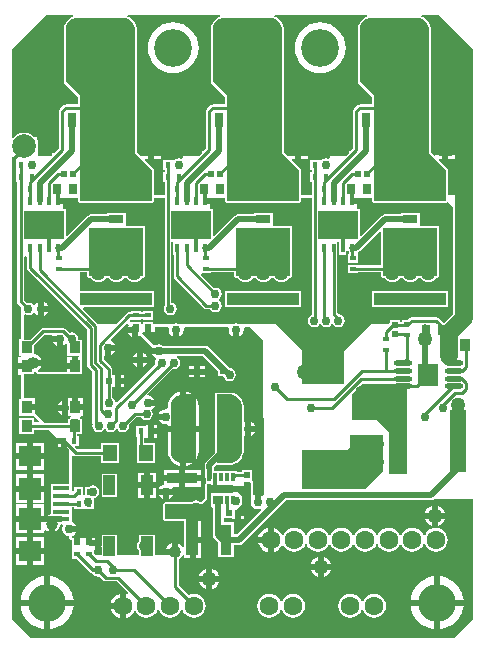
<source format=gtl>
G04 Layer_Physical_Order=1*
G04 Layer_Color=255*
%FSAX24Y24*%
%MOIN*%
G70*
G01*
G75*
%ADD10R,0.0177X0.0217*%
%ADD11R,0.0217X0.0177*%
%ADD12R,0.1024X0.0374*%
%ADD13R,0.0374X0.1024*%
%ADD14R,0.0205X0.0205*%
%ADD15R,0.0205X0.0205*%
%ADD16R,0.0335X0.0157*%
G04:AMPARAMS|DCode=17|XSize=82.7mil|YSize=228.3mil|CornerRadius=41.3mil|HoleSize=0mil|Usage=FLASHONLY|Rotation=180.000|XOffset=0mil|YOffset=0mil|HoleType=Round|Shape=RoundedRectangle|*
%AMROUNDEDRECTD17*
21,1,0.0827,0.1457,0,0,180.0*
21,1,0.0000,0.2283,0,0,180.0*
1,1,0.0827,0.0000,0.0728*
1,1,0.0827,0.0000,0.0728*
1,1,0.0827,0.0000,-0.0728*
1,1,0.0827,0.0000,-0.0728*
%
%ADD17ROUNDEDRECTD17*%
%ADD18O,0.0610X0.0177*%
%ADD19R,0.0681X0.0728*%
%ADD20R,0.1280X0.1230*%
%ADD21R,0.0354X0.0394*%
%ADD22R,0.0532X0.2087*%
%ADD23R,0.0276X0.0354*%
%ADD24R,0.1331X0.0965*%
%ADD25R,0.0118X0.0315*%
%ADD26R,0.0118X0.0276*%
%ADD27R,0.0819X0.0315*%
%ADD28R,0.0400X0.0650*%
%ADD29R,0.0480X0.0560*%
%ADD30R,0.0433X0.0669*%
%ADD31R,0.0276X0.0512*%
%ADD32R,0.0433X0.0335*%
%ADD33R,0.0669X0.0433*%
%ADD34R,0.0335X0.0433*%
%ADD35R,0.0512X0.0276*%
%ADD36R,0.0560X0.0140*%
%ADD37R,0.0750X0.0710*%
%ADD38R,0.0750X0.0750*%
%ADD39R,0.0354X0.0394*%
%ADD40C,0.0100*%
%ADD41C,0.0200*%
%ADD42C,0.0600*%
%ADD43C,0.0400*%
%ADD44C,0.0120*%
%ADD45C,0.0150*%
%ADD46C,0.0630*%
%ADD47C,0.1260*%
%ADD48C,0.0787*%
%ADD49C,0.0300*%
%ADD50C,0.0157*%
%ADD51C,0.0500*%
%ADD52C,0.0400*%
%ADD53C,0.0270*%
G36*
X061500Y032500D02*
X059700D01*
Y034100D01*
X061500D01*
Y032500D01*
D02*
G37*
G36*
X056600D02*
X054800D01*
Y034100D01*
X056600D01*
Y032500D01*
D02*
G37*
G36*
X066400D02*
X064600D01*
Y034100D01*
X066400D01*
Y032500D01*
D02*
G37*
G36*
X055920Y041100D02*
X055946D01*
X056024Y041090D01*
X056122Y041049D01*
X056205Y040985D01*
X056269Y040902D01*
X056320Y040753D01*
X056320Y040700D01*
X056320Y039300D01*
X056320D01*
X056320Y036600D01*
X056900Y036020D01*
X056900Y035000D01*
X054500D01*
X054500Y038500D01*
X054020Y038980D01*
X054020Y039300D01*
X054480Y039300D01*
X054020D01*
X054020Y040700D01*
Y040726D01*
X054030Y040804D01*
X054071Y040902D01*
X054135Y040985D01*
X054218Y041049D01*
X054315Y041090D01*
X054394Y041100D01*
X054420D01*
X055920Y041100D01*
X055920Y041100D01*
D02*
G37*
G36*
X064236Y035000D02*
X064255Y034955D01*
X064300Y034936D01*
X066700D01*
X066745Y034955D01*
X066929Y034771D01*
Y031241D01*
X066624Y030936D01*
X066597D01*
X066454Y031079D01*
X066418Y031103D01*
X066376Y031111D01*
X066376Y031111D01*
X065543D01*
X065543Y031111D01*
X065500Y031103D01*
X065464Y031079D01*
X065464Y031079D01*
X065410Y031025D01*
X065233D01*
Y030969D01*
X065161D01*
Y031019D01*
X064839D01*
Y030944D01*
X064794Y030900D01*
X064200Y030900D01*
X063386Y030086D01*
X063300Y030000D01*
Y028900D01*
X061900D01*
Y030000D01*
X061810Y030090D01*
X061000Y030900D01*
X059766Y030900D01*
X059700Y030913D01*
X059634Y030900D01*
X057766Y030900D01*
X057700Y030913D01*
X057634Y030900D01*
X056937Y030900D01*
Y030970D01*
X056603D01*
Y030900D01*
X056537D01*
Y030970D01*
X056203D01*
Y030970D01*
X056189Y030965D01*
X056175Y030971D01*
X056162Y031016D01*
X056165Y031028D01*
X056179Y031035D01*
X056203Y031030D01*
Y031030D01*
X056537D01*
Y031066D01*
X056603D01*
Y031030D01*
X056937D01*
Y031325D01*
X056603D01*
Y031288D01*
X056537D01*
Y031325D01*
X056203D01*
Y031288D01*
X056131D01*
X056131Y031288D01*
X056088Y031280D01*
X056052Y031256D01*
X056052Y031256D01*
X055696Y030900D01*
X055100D01*
X054593Y031407D01*
X054613Y031453D01*
X055228D01*
Y031467D01*
X055306D01*
Y031453D01*
X056094D01*
Y031467D01*
X056172D01*
Y031453D01*
X056960D01*
Y032004D01*
X056172D01*
Y031990D01*
X056094D01*
Y032004D01*
X055306D01*
Y031990D01*
X055228D01*
Y032004D01*
X054500D01*
Y032612D01*
X054736D01*
Y032500D01*
X054755Y032455D01*
X054800Y032436D01*
X054836D01*
X054880Y032380D01*
X054944Y032330D01*
X055019Y032299D01*
X055100Y032288D01*
X055181Y032299D01*
X055256Y032330D01*
X055320Y032380D01*
X055364Y032436D01*
X055436D01*
X055480Y032380D01*
X055544Y032330D01*
X055619Y032299D01*
X055700Y032288D01*
X055781Y032299D01*
X055856Y032330D01*
X055920Y032380D01*
X055964Y032436D01*
X056036D01*
X056080Y032380D01*
X056144Y032330D01*
X056219Y032299D01*
X056300Y032288D01*
X056381Y032299D01*
X056456Y032330D01*
X056520Y032380D01*
X056564Y032436D01*
X056600D01*
X056645Y032455D01*
X056664Y032500D01*
Y034100D01*
X056645Y034145D01*
X056600Y034164D01*
X056055D01*
X056015Y034189D01*
Y034583D01*
X055385D01*
Y034548D01*
X054858D01*
X054796Y034536D01*
X054744Y034501D01*
X054071Y033827D01*
X054024Y033847D01*
Y034741D01*
X053931D01*
Y034878D01*
X053772D01*
Y035078D01*
X053931D01*
Y035100D01*
X054436D01*
Y035000D01*
X054455Y034955D01*
X054500Y034936D01*
X056900D01*
X056945Y034955D01*
X056964Y035000D01*
Y035100D01*
X057312D01*
Y031495D01*
X057302Y031480D01*
X057286Y031399D01*
X057302Y031317D01*
X057348Y031248D01*
X057417Y031202D01*
X057499Y031186D01*
X057580Y031202D01*
X057649Y031248D01*
X057696Y031317D01*
X057712Y031399D01*
X057696Y031480D01*
X057649Y031549D01*
X057580Y031596D01*
X057534Y031605D01*
Y033627D01*
X057560Y033639D01*
X057609Y033610D01*
Y033206D01*
X057616D01*
Y032477D01*
X057616Y032477D01*
X057625Y032434D01*
X057649Y032398D01*
X058626Y031421D01*
X058626Y031421D01*
X058662Y031397D01*
X058704Y031389D01*
X058704Y031389D01*
X058823D01*
X058849Y031349D01*
X058918Y031303D01*
X059000Y031287D01*
X059082Y031303D01*
X059151Y031349D01*
X059197Y031418D01*
X059213Y031500D01*
X059197Y031582D01*
X059151Y031651D01*
X059122Y031670D01*
Y031730D01*
X059151Y031749D01*
X059197Y031818D01*
X059213Y031900D01*
X059197Y031982D01*
X059151Y032051D01*
X059082Y032097D01*
X059000Y032113D01*
X058953Y032104D01*
X058532Y032526D01*
X058553Y032575D01*
X058867D01*
Y032621D01*
X059636D01*
Y032500D01*
X059655Y032455D01*
X059700Y032436D01*
X059736D01*
X059780Y032380D01*
X059844Y032330D01*
X059919Y032299D01*
X060000Y032288D01*
X060081Y032299D01*
X060156Y032330D01*
X060220Y032380D01*
X060264Y032436D01*
X060336D01*
X060380Y032380D01*
X060444Y032330D01*
X060519Y032299D01*
X060600Y032288D01*
X060681Y032299D01*
X060756Y032330D01*
X060820Y032380D01*
X060864Y032436D01*
X060936D01*
X060980Y032380D01*
X061044Y032330D01*
X061119Y032299D01*
X061200Y032288D01*
X061281Y032299D01*
X061356Y032330D01*
X061420Y032380D01*
X061464Y032436D01*
X061500D01*
X061545Y032455D01*
X061564Y032500D01*
Y034100D01*
X061545Y034145D01*
X061500Y034164D01*
X060955D01*
X060915Y034189D01*
Y034583D01*
X060285D01*
Y034548D01*
X059758D01*
X059696Y034536D01*
X059644Y034501D01*
X058971Y033827D01*
X058924Y033847D01*
Y034741D01*
X058832D01*
Y034878D01*
X058672D01*
Y035078D01*
X058832D01*
Y035100D01*
X059336D01*
Y035000D01*
X059355Y034955D01*
X059400Y034936D01*
X061800D01*
X061845Y034955D01*
X061864Y035000D01*
Y035100D01*
X062212D01*
Y031192D01*
X062149Y031151D01*
X062103Y031082D01*
X062087Y031000D01*
X062103Y030918D01*
X062149Y030849D01*
X062218Y030803D01*
X062300Y030787D01*
X062382Y030803D01*
X062451Y030849D01*
X062470Y030878D01*
X062530D01*
X062549Y030849D01*
X062618Y030803D01*
X062700Y030787D01*
X062782Y030803D01*
X062851Y030849D01*
X062870Y030878D01*
X062930D01*
X062949Y030849D01*
X063018Y030803D01*
X063100Y030787D01*
X063182Y030803D01*
X063251Y030849D01*
X063297Y030918D01*
X063313Y031000D01*
X063297Y031082D01*
X063251Y031151D01*
X063182Y031197D01*
X063113Y031211D01*
X063054Y031270D01*
Y033206D01*
X063061D01*
Y033610D01*
X063111Y033639D01*
X063136Y033627D01*
Y033422D01*
X063139Y033406D01*
Y033206D01*
X063376D01*
Y033323D01*
X063384Y033329D01*
X063452Y033317D01*
X063454Y033313D01*
Y033225D01*
X063433D01*
Y032930D01*
X063767D01*
Y033225D01*
X063767D01*
X063759Y033264D01*
X063760Y033275D01*
X063810Y033308D01*
X064490Y033988D01*
X064536Y033969D01*
Y032843D01*
X063767D01*
Y032870D01*
X063433D01*
Y032575D01*
X063767D01*
Y032621D01*
X064536D01*
Y032500D01*
X064555Y032455D01*
X064600Y032436D01*
X064636D01*
X064680Y032380D01*
X064744Y032330D01*
X064819Y032299D01*
X064900Y032288D01*
X064981Y032299D01*
X065056Y032330D01*
X065120Y032380D01*
X065164Y032436D01*
X065236D01*
X065280Y032380D01*
X065344Y032330D01*
X065419Y032299D01*
X065500Y032288D01*
X065581Y032299D01*
X065656Y032330D01*
X065720Y032380D01*
X065764Y032436D01*
X065836D01*
X065880Y032380D01*
X065944Y032330D01*
X066019Y032299D01*
X066100Y032288D01*
X066181Y032299D01*
X066256Y032330D01*
X066320Y032380D01*
X066364Y032436D01*
X066400D01*
X066445Y032455D01*
X066464Y032500D01*
Y034100D01*
X066445Y034145D01*
X066400Y034164D01*
X065855D01*
X065815Y034189D01*
Y034583D01*
X065185D01*
Y034548D01*
X064658D01*
X064596Y034536D01*
X064544Y034501D01*
X063871Y033827D01*
X063824Y033847D01*
Y034741D01*
X063731D01*
Y034878D01*
X063572D01*
Y035078D01*
X063731D01*
Y035100D01*
X064236D01*
Y035000D01*
D02*
G37*
G36*
X060200Y025600D02*
Y024877D01*
X060203Y024860D01*
X060254Y024784D01*
X060330Y024733D01*
X060420Y024715D01*
X060501Y024732D01*
X060521Y024711D01*
X060531Y024690D01*
X059724Y023884D01*
X059618D01*
Y024292D01*
X059284D01*
Y024418D01*
X059555D01*
Y024398D01*
X059657D01*
Y024500D01*
X059652D01*
Y024700D01*
X059700Y024700D01*
X059900Y024900D01*
Y025150D01*
X059750Y025300D01*
X059500Y025300D01*
Y025500D01*
X059950D01*
Y025600D01*
X060200Y025600D01*
D02*
G37*
G36*
X059487Y028542D02*
X059513Y028542D01*
X059590Y028532D01*
X059686Y028492D01*
X059768Y028429D01*
X059831Y028347D01*
X059881Y028200D01*
X059881Y028148D01*
X059881Y028148D01*
X059881Y026652D01*
X059881Y026600D01*
X059831Y026453D01*
X059768Y026371D01*
X059686Y026308D01*
X059539Y026258D01*
X059487Y026258D01*
X059487Y026258D01*
X059054Y026258D01*
Y028542D01*
X059487Y028542D01*
D02*
G37*
G36*
X053565Y030500D02*
X053820D01*
Y030400D01*
X053920D01*
Y030166D01*
X054000Y030220D01*
X054010Y030234D01*
X054054D01*
X054070Y030224D01*
Y029838D01*
X054470D01*
Y029782D01*
X054427D01*
Y029485D01*
X054327D01*
Y029385D01*
X054050D01*
Y029300D01*
X053104D01*
X053087Y029350D01*
X053134Y029386D01*
X053182Y029449D01*
X053203Y029500D01*
X052920D01*
Y029700D01*
X053203D01*
X053182Y029751D01*
X053134Y029814D01*
X053071Y029862D01*
X052998Y029892D01*
X052970Y029896D01*
Y030185D01*
X053312Y030527D01*
X053548D01*
X053565Y030500D01*
D02*
G37*
G36*
X065400Y025900D02*
X064800D01*
Y027300D01*
X064400Y027700D01*
X063570Y027700D01*
X063570Y028570D01*
X063900Y028900D01*
X065400D01*
Y025900D01*
D02*
G37*
G36*
X052716Y033118D02*
Y032772D01*
X052716Y032772D01*
X052725Y032730D01*
X052749Y032694D01*
X054732Y030711D01*
Y029527D01*
X054732Y029527D01*
X054740Y029485D01*
X054764Y029449D01*
X054909Y029304D01*
Y027600D01*
X054909Y027600D01*
X054917Y027557D01*
X054918Y027556D01*
X054907Y027500D01*
X054923Y027418D01*
X054969Y027349D01*
X055038Y027303D01*
X055120Y027287D01*
X055201Y027303D01*
X055271Y027349D01*
X055290Y027378D01*
X055350D01*
X055369Y027349D01*
X055438Y027303D01*
X055520Y027287D01*
X055601Y027303D01*
X055671Y027349D01*
X055690Y027378D01*
X055750D01*
X055769Y027349D01*
X055838Y027303D01*
X055920Y027287D01*
X056001Y027303D01*
X056071Y027349D01*
X056117Y027418D01*
X056133Y027500D01*
X056124Y027547D01*
X056366Y027789D01*
X056533D01*
X056559Y027749D01*
X056628Y027703D01*
X056710Y027687D01*
X056792Y027703D01*
X056861Y027749D01*
X056907Y027818D01*
X056923Y027900D01*
X056907Y027982D01*
X056869Y028038D01*
X056930Y028079D01*
X056984Y028159D01*
X056750D01*
Y028359D01*
X056984D01*
X056930Y028439D01*
X056848Y028495D01*
X056760Y028512D01*
X056735Y028558D01*
X057573Y029396D01*
X057620Y029387D01*
X057701Y029403D01*
X057771Y029449D01*
X057817Y029518D01*
X057833Y029600D01*
X057817Y029682D01*
X057771Y029751D01*
X057715Y029788D01*
X057730Y029838D01*
X058595D01*
X059106Y029327D01*
Y029162D01*
X059272D01*
X059280Y029118D01*
X059326Y029049D01*
X059396Y029003D01*
X059477Y028987D01*
X059559Y029003D01*
X059628Y029049D01*
X059674Y029118D01*
X059690Y029200D01*
X059674Y029282D01*
X059628Y029351D01*
X059559Y029397D01*
Y029438D01*
X059454D01*
X058777Y030115D01*
X058725Y030150D01*
X058663Y030162D01*
X057253D01*
X057201Y030197D01*
X057120Y030213D01*
X057038Y030197D01*
X057015Y030182D01*
X056954D01*
X056558Y030577D01*
X056561Y030605D01*
X056580Y030634D01*
X056670D01*
Y030823D01*
X056870D01*
Y030634D01*
X056978D01*
Y030800D01*
X057414D01*
X057455Y030750D01*
X057445Y030700D01*
X057464Y030602D01*
X057520Y030520D01*
X057600Y030466D01*
Y030700D01*
X057800D01*
Y030466D01*
X057880Y030520D01*
X057936Y030602D01*
X057955Y030700D01*
X057945Y030750D01*
X057986Y030800D01*
X059414Y030800D01*
X059455Y030750D01*
X059445Y030700D01*
X059465Y030602D01*
X059520Y030520D01*
X059600Y030466D01*
Y030700D01*
X059800D01*
Y030466D01*
X059880Y030520D01*
X059935Y030602D01*
X059955Y030700D01*
X059945Y030750D01*
X059986Y030800D01*
X060170D01*
X060599Y030371D01*
X060619Y025178D01*
X060569Y025151D01*
X060520Y025184D01*
Y024950D01*
X060320D01*
Y025184D01*
X060308Y025176D01*
X060264Y025199D01*
Y025600D01*
X060245Y025645D01*
X060223Y025654D01*
Y026015D01*
X059900D01*
Y025965D01*
X059712D01*
Y025987D01*
X058979D01*
X058955Y026037D01*
X058956Y026038D01*
X058968Y026100D01*
Y026119D01*
X059047Y026198D01*
X059054Y026194D01*
X059487Y026194D01*
X059487Y026194D01*
X059539Y026194D01*
X059549Y026198D01*
X059560Y026198D01*
X059707Y026248D01*
X059715Y026255D01*
X059725Y026257D01*
X059807Y026320D01*
X059811Y026328D01*
X059819Y026332D01*
X059882Y026415D01*
X059885Y026425D01*
X059892Y026433D01*
X059942Y026580D01*
X059941Y026590D01*
X059945Y026600D01*
X059945Y026652D01*
X059945Y026652D01*
X059945Y026652D01*
X059945Y027150D01*
X059989Y027173D01*
X060000Y027166D01*
Y027400D01*
Y027634D01*
X059989Y027627D01*
X059945Y027650D01*
X059945Y028148D01*
X059945Y028148D01*
X059945Y028148D01*
X059945Y028200D01*
X059941Y028210D01*
X059942Y028220D01*
X059892Y028367D01*
X059885Y028375D01*
X059882Y028385D01*
X059819Y028468D01*
X059811Y028472D01*
X059807Y028480D01*
X059725Y028543D01*
X059717Y028545D01*
X059710Y028551D01*
X059615Y028591D01*
X059606D01*
X059599Y028595D01*
X059522Y028605D01*
X059517Y028604D01*
X059513Y028606D01*
X059487Y028606D01*
X059054Y028606D01*
X059054Y028606D01*
X059054Y028606D01*
X059031Y028596D01*
X059009Y028587D01*
X059009Y028587D01*
X059009Y028587D01*
X059000Y028565D01*
X058990Y028542D01*
X058990Y028542D01*
X058990Y028542D01*
Y026600D01*
X058692Y026301D01*
X058656Y026248D01*
X058644Y026186D01*
Y026100D01*
X058656Y026038D01*
X058670Y026018D01*
Y025790D01*
X058680Y025737D01*
X058688Y025725D01*
Y025593D01*
X058688D01*
X058676Y025560D01*
X058676Y025548D01*
X058676Y025085D01*
X058550Y024959D01*
X058489D01*
X058432Y024997D01*
X058350Y025013D01*
X058268Y024997D01*
X058211Y024959D01*
X057329Y024959D01*
X057284Y024940D01*
X057265Y024895D01*
Y024403D01*
X057284Y024358D01*
X057329Y024339D01*
X057953Y024339D01*
X057957Y023472D01*
X057933Y023461D01*
X057907Y023458D01*
X057864Y023514D01*
X057801Y023562D01*
X057750Y023583D01*
Y023300D01*
X057650D01*
Y023200D01*
X057317D01*
D01*
X056989D01*
Y023864D01*
X056471D01*
Y023665D01*
X056449Y023651D01*
X056403Y023582D01*
X056387Y023500D01*
X056403Y023418D01*
X056449Y023349D01*
X056471Y023335D01*
Y023200D01*
X055729Y023200D01*
Y023463D01*
X055731Y023480D01*
X055729Y023497D01*
Y023864D01*
X055211D01*
Y023497D01*
X055209Y023480D01*
X055211Y023463D01*
Y023200D01*
X055012D01*
X054967Y023245D01*
Y023370D01*
X055008Y023389D01*
Y023477D01*
X054800D01*
Y023577D01*
X054700D01*
Y023766D01*
X054500D01*
Y023577D01*
X054300D01*
Y023766D01*
X054220D01*
Y023815D01*
X054230Y023817D01*
X054313Y023872D01*
X054366Y023952D01*
X054132D01*
Y024152D01*
X054366D01*
X054313Y024233D01*
X054230Y024288D01*
X054220Y024290D01*
X054220Y024789D01*
X054295D01*
Y024733D01*
X054590D01*
Y024733D01*
X054640Y024738D01*
X054649Y024733D01*
Y024733D01*
X054945D01*
Y024872D01*
X054949Y024879D01*
X054965Y024960D01*
X054949Y025042D01*
X054955Y025076D01*
X054982Y025099D01*
X055001Y025103D01*
X055071Y025149D01*
X055117Y025218D01*
X055133Y025300D01*
X055117Y025382D01*
X055071Y025451D01*
X055001Y025497D01*
X054920Y025513D01*
X054838Y025497D01*
X054794Y025467D01*
X054649D01*
Y025189D01*
X054640Y025183D01*
X054590Y025212D01*
Y025467D01*
X054295D01*
Y025344D01*
X054270Y025325D01*
X054220Y025347D01*
X054220Y026503D01*
X054229Y026507D01*
X054270Y026518D01*
X054300Y026497D01*
X054343Y026489D01*
X055201D01*
Y026261D01*
X055799D01*
Y026939D01*
X055201D01*
Y026711D01*
X054389D01*
X054314Y026786D01*
X054333Y026833D01*
X054445D01*
Y027167D01*
X054408D01*
Y027229D01*
X054563D01*
Y027741D01*
X054517D01*
X054496Y027768D01*
X054517Y027818D01*
X054604D01*
Y028015D01*
X054327D01*
Y028115D01*
X054227D01*
Y028412D01*
X054100D01*
Y028100D01*
Y027818D01*
X054172D01*
X054180Y027808D01*
X054170Y027741D01*
X054169Y027741D01*
X054091D01*
Y027609D01*
X054088Y027596D01*
X053324D01*
X052990Y027930D01*
Y028015D01*
X052713D01*
Y028215D01*
X052990D01*
Y028412D01*
X052634D01*
Y029229D01*
X052949D01*
Y029295D01*
X052958Y029305D01*
X052984Y029308D01*
X053022Y029286D01*
X053027Y029274D01*
X053028Y029271D01*
X053029Y029269D01*
X053036Y029258D01*
X053043Y029246D01*
X053045Y029245D01*
X053046Y029242D01*
X053057Y029235D01*
X053068Y029227D01*
X053070Y029226D01*
X053073Y029225D01*
X053086Y029222D01*
X053099Y029219D01*
X053101Y029219D01*
X053104Y029218D01*
X054045D01*
X054050Y029218D01*
X054050Y029218D01*
X054081Y029225D01*
X054086Y029228D01*
X054091Y029229D01*
X054091Y029229D01*
X054563D01*
Y029741D01*
X054563Y029741D01*
X054563D01*
X054551Y029786D01*
Y029838D01*
X054550Y029843D01*
X054563Y029859D01*
X054563D01*
Y030371D01*
X054457D01*
X054433Y030400D01*
X054417Y030482D01*
X054371Y030551D01*
X054301Y030597D01*
X054220Y030613D01*
X054145Y030598D01*
X054006Y030738D01*
X053970Y030762D01*
X053927Y030770D01*
X053927Y030770D01*
X053257D01*
X053214Y030762D01*
X053178Y030738D01*
X052811Y030371D01*
X052634D01*
Y031186D01*
X052678Y031210D01*
X052688Y031203D01*
X052770Y031187D01*
X052851Y031203D01*
X052921Y031249D01*
X052930Y031264D01*
X052990Y031264D01*
X053020Y031220D01*
X053100Y031166D01*
Y031400D01*
Y031634D01*
X053020Y031580D01*
X052990Y031536D01*
X052930Y031536D01*
X052921Y031551D01*
X052851Y031597D01*
X052770Y031613D01*
X052723Y031604D01*
X052634Y031693D01*
X052634Y033135D01*
X052680Y033154D01*
X052716Y033118D01*
D02*
G37*
G36*
X060820Y041100D02*
X060846D01*
X060924Y041090D01*
X061022Y041049D01*
X061105Y040985D01*
X061169Y040902D01*
X061220Y040753D01*
X061220Y040700D01*
X061220Y039300D01*
X061220D01*
X061220Y036600D01*
X061800Y036020D01*
X061800Y035000D01*
X059400D01*
X059400Y038500D01*
X058920Y038980D01*
X058920Y039300D01*
X060760Y039300D01*
X058920D01*
X058920Y040700D01*
Y040726D01*
X058930Y040804D01*
X058971Y040902D01*
X059035Y040985D01*
X059118Y041049D01*
X059215Y041090D01*
X059294Y041100D01*
X059320D01*
X060820Y041100D01*
X060820Y041100D01*
D02*
G37*
G36*
X064067Y041139D02*
X063994Y041108D01*
X063988Y041102D01*
X063979Y041100D01*
X063896Y041036D01*
X063891Y041029D01*
X063884Y041024D01*
X063820Y040941D01*
X063818Y040932D01*
X063811Y040926D01*
X063771Y040829D01*
Y040820D01*
X063767Y040813D01*
X063757Y040735D01*
X063758Y040730D01*
X063756Y040726D01*
X063756Y039300D01*
X063756Y039300D01*
X063756Y038980D01*
X063775Y038935D01*
X064236Y038474D01*
Y038211D01*
X063820D01*
X063777Y038203D01*
X063741Y038179D01*
X063741Y038179D01*
X063621Y038059D01*
X063597Y038023D01*
X063589Y037980D01*
X063589Y037980D01*
Y036742D01*
X063491Y036644D01*
X063445Y036663D01*
Y036598D01*
X063347Y036500D01*
X062812Y036500D01*
Y036422D01*
X062764Y036393D01*
X062759Y036397D01*
X062677Y036413D01*
X062596Y036397D01*
X062573Y036382D01*
X062530Y036367D01*
D01*
X062520Y036365D01*
X062470Y036367D01*
Y036367D01*
X062175D01*
Y036033D01*
X062212D01*
Y035967D01*
X062175D01*
Y035633D01*
X062212D01*
Y035200D01*
X061864Y035200D01*
X061864Y036020D01*
X061845Y036065D01*
X061557Y036353D01*
X061576Y036399D01*
X061672D01*
Y036500D01*
X061490D01*
X061455Y036535D01*
Y036521D01*
X061409Y036501D01*
X061284Y036626D01*
X061284Y039300D01*
X061284Y039300D01*
X061284Y040700D01*
X061284Y040753D01*
X061280Y040763D01*
X061280Y040773D01*
X061230Y040922D01*
X061223Y040930D01*
X061220Y040941D01*
X061156Y041024D01*
X061148Y041029D01*
X061144Y041036D01*
X061061Y041100D01*
X061052Y041102D01*
X061046Y041108D01*
X060973Y041139D01*
X060983Y041189D01*
X064057D01*
X064067Y041139D01*
D02*
G37*
G36*
X056119Y030850D02*
X056086Y030800D01*
X056320D01*
Y030700D01*
X056420D01*
Y030466D01*
X056500Y030520D01*
X056900Y030120D01*
X056886Y030100D01*
X057120D01*
Y029900D01*
X056886D01*
X056940Y029820D01*
X057022Y029764D01*
X057034Y029736D01*
X057003Y029690D01*
X056985Y029600D01*
X056993Y029561D01*
X055722Y028290D01*
X055668Y028306D01*
X055659Y028351D01*
X055608Y028427D01*
X055575Y028449D01*
Y028798D01*
X055657D01*
Y029000D01*
Y029202D01*
X055575D01*
Y029377D01*
X055565Y029428D01*
X055536Y029471D01*
X055293Y029714D01*
Y029828D01*
X055320Y029845D01*
Y030100D01*
X055420D01*
Y030200D01*
X055654D01*
X055600Y030280D01*
X055535Y030324D01*
X055523Y030382D01*
X056041Y030900D01*
X056093D01*
X056119Y030850D01*
D02*
G37*
G36*
X054267Y041139D02*
X054194Y041108D01*
X054188Y041102D01*
X054179Y041100D01*
X054096Y041036D01*
X054091Y041029D01*
X054084Y041024D01*
X054020Y040941D01*
X054018Y040932D01*
X054011Y040926D01*
X053971Y040829D01*
Y040820D01*
X053967Y040813D01*
X053957Y040735D01*
X053958Y040730D01*
X053956Y040726D01*
X053956Y039300D01*
X053956Y039300D01*
X053956Y038980D01*
X053975Y038935D01*
X054436Y038474D01*
Y038211D01*
X054020D01*
X053977Y038203D01*
X053941Y038179D01*
X053941Y038179D01*
X053821Y038059D01*
X053797Y038023D01*
X053789Y037980D01*
X053789Y037980D01*
Y036742D01*
X053691Y036644D01*
D01*
X053647Y036600D01*
X053550Y036600D01*
Y036500D01*
X053100D01*
Y036968D01*
X053063Y037077D01*
X053012Y037144D01*
Y037127D01*
X052964Y037110D01*
X052943Y037139D01*
X052848Y037211D01*
X052738Y037257D01*
X052620Y037272D01*
X052502Y037257D01*
X052392Y037211D01*
X052297Y037139D01*
X052261Y037092D01*
X052211Y037109D01*
Y037300D01*
X052211Y040000D01*
X052211D01*
Y040054D01*
X053346Y041189D01*
X054257D01*
X054267Y041139D01*
D02*
G37*
G36*
X059167D02*
X059094Y041108D01*
X059088Y041102D01*
X059079Y041100D01*
X058996Y041036D01*
X058991Y041029D01*
X058984Y041024D01*
X058920Y040941D01*
X058918Y040932D01*
X058911Y040926D01*
X058871Y040829D01*
Y040820D01*
X058867Y040813D01*
X058857Y040735D01*
X058858Y040730D01*
X058856Y040726D01*
X058856Y039300D01*
X058856Y039300D01*
X058856Y038980D01*
X058875Y038935D01*
X059336Y038474D01*
Y038211D01*
X058920D01*
X058877Y038203D01*
X058841Y038179D01*
X058841Y038179D01*
X058721Y038059D01*
X058697Y038023D01*
X058689Y037980D01*
X058689Y037980D01*
Y036742D01*
X058591Y036644D01*
X058545Y036663D01*
Y036598D01*
X058447Y036500D01*
X057912Y036500D01*
Y036422D01*
X057864Y036393D01*
X057859Y036397D01*
X057777Y036413D01*
X057696Y036397D01*
X057673Y036382D01*
X057630Y036367D01*
D01*
X057620Y036365D01*
X057570Y036367D01*
Y036367D01*
X057275D01*
Y036033D01*
X057312D01*
Y035967D01*
X057275D01*
Y035633D01*
X057312D01*
Y035200D01*
X056964D01*
X056964Y036020D01*
X056945Y036065D01*
X056657Y036353D01*
X056676Y036399D01*
X056772D01*
Y036500D01*
X056590D01*
X056555Y036535D01*
Y036521D01*
X056509Y036501D01*
X056384Y036626D01*
X056384Y039300D01*
X056384Y039300D01*
X056384Y040700D01*
X056384Y040753D01*
X056380Y040763D01*
X056380Y040773D01*
X056330Y040922D01*
X056323Y040930D01*
X056320Y040941D01*
X056256Y041024D01*
X056248Y041029D01*
X056244Y041036D01*
X056161Y041100D01*
X056152Y041102D01*
X056146Y041108D01*
X056073Y041139D01*
X056083Y041189D01*
X059157D01*
X059167Y041139D01*
D02*
G37*
G36*
X067141Y040501D02*
X067141Y040501D01*
X067589Y040054D01*
Y039098D01*
X067589Y039098D01*
X067589Y036902D01*
X067589D01*
Y035200D01*
X066764D01*
X066764Y036020D01*
X066745Y036065D01*
X066457Y036353D01*
X066476Y036399D01*
X066572D01*
Y036500D01*
X066443D01*
Y036537D01*
X066355Y036537D01*
Y036521D01*
X066309Y036501D01*
X066184Y036626D01*
X066184Y039300D01*
X066184Y039300D01*
X066184Y040700D01*
X066184Y040753D01*
X066180Y040763D01*
X066180Y040773D01*
X066130Y040922D01*
X066123Y040930D01*
X066120Y040941D01*
X066056Y041024D01*
X066048Y041029D01*
X066044Y041036D01*
X065961Y041100D01*
X065952Y041102D01*
X065946Y041108D01*
X065873Y041139D01*
X065883Y041189D01*
X066454D01*
X067141Y040501D01*
D02*
G37*
G36*
X065720Y041100D02*
X065746D01*
X065824Y041090D01*
X065922Y041049D01*
X066005Y040985D01*
X066069Y040902D01*
X066120Y040753D01*
X066120Y040700D01*
X066120Y039300D01*
X066120D01*
X066120Y036600D01*
X066700Y036020D01*
X066700Y035000D01*
X064300D01*
X064300Y038500D01*
X063820Y038980D01*
X063820Y039300D01*
X065660Y039300D01*
X063820D01*
X063820Y040700D01*
Y040726D01*
X063830Y040804D01*
X063871Y040902D01*
X063935Y040985D01*
X064018Y041049D01*
X064115Y041090D01*
X064194Y041100D01*
X064220D01*
X065720Y041100D01*
X065720Y041100D01*
D02*
G37*
G36*
X064600Y026000D02*
X064000Y025400D01*
X061900D01*
Y026700D01*
X063400D01*
X063500Y026800D01*
Y027200D01*
X064600D01*
X064600Y026000D01*
D02*
G37*
G36*
X052268Y036464D02*
X052322Y036422D01*
X052354Y036388D01*
X052354D01*
X052354Y036388D01*
Y036012D01*
X052354D01*
X052354Y035988D01*
X052354D01*
Y035612D01*
X052390D01*
Y031647D01*
X052400Y031596D01*
X052429Y031553D01*
X052520Y031463D01*
Y030392D01*
X052456D01*
Y029838D01*
X052520D01*
X052520Y029782D01*
X052436D01*
Y029585D01*
X052713D01*
Y029385D01*
X052436D01*
Y029188D01*
X052520D01*
Y028392D01*
X052456D01*
Y027838D01*
X052966D01*
X053141Y027664D01*
X053122Y027618D01*
X052970D01*
Y027762D01*
X052456D01*
Y027208D01*
X052970D01*
Y027352D01*
X053467D01*
X053720Y027100D01*
X053943D01*
Y027000D01*
X054043D01*
Y026777D01*
X054120Y026700D01*
X054120Y025562D01*
X053510D01*
Y025262D01*
Y025006D01*
Y024550D01*
X053490D01*
Y024535D01*
X053467Y024532D01*
X053394Y024501D01*
X053345Y024464D01*
X053295Y024483D01*
Y024875D01*
X052920D01*
Y024400D01*
Y023925D01*
X053295D01*
Y023995D01*
X053345Y024015D01*
X053394Y023977D01*
X053445Y023956D01*
Y024239D01*
X053645D01*
Y023956D01*
X053696Y023977D01*
X053759Y024025D01*
X053807Y024088D01*
X053837Y024161D01*
X053844Y024210D01*
X053908D01*
X053932Y024166D01*
X053916Y024142D01*
X053898Y024052D01*
X053916Y023963D01*
X053966Y023887D01*
X054043Y023836D01*
X054090Y023826D01*
X054132Y023816D01*
X054138Y023770D01*
Y023766D01*
X054145Y023735D01*
X054162Y023708D01*
X054189Y023690D01*
X054212Y023686D01*
Y023409D01*
X054212D01*
Y023391D01*
X054212D01*
Y023054D01*
X054381D01*
X054829Y022606D01*
X054872Y022578D01*
X054910Y022570D01*
X054934Y022534D01*
X055010Y022483D01*
X055100Y022465D01*
X055139Y022473D01*
X055265Y022347D01*
X055308Y022318D01*
X055359Y022308D01*
X055710D01*
X056084Y021935D01*
X056056Y021893D01*
X056027Y021904D01*
X056019Y021905D01*
Y021500D01*
Y021095D01*
X056027Y021096D01*
X056128Y021137D01*
X056215Y021204D01*
X056281Y021291D01*
X056296Y021327D01*
X056350D01*
X056361Y021301D01*
X056425Y021218D01*
X056507Y021155D01*
X056603Y021115D01*
X056706Y021102D01*
X056809Y021115D01*
X056905Y021155D01*
X056988Y021218D01*
X057051Y021301D01*
X057073Y021353D01*
X057127D01*
X057149Y021301D01*
X057212Y021218D01*
X057295Y021155D01*
X057391Y021115D01*
X057494Y021102D01*
X057597Y021115D01*
X057693Y021155D01*
X057775Y021218D01*
X057839Y021301D01*
X057862Y021356D01*
X057916D01*
X057939Y021301D01*
X058002Y021218D01*
X058085Y021155D01*
X058181Y021115D01*
X058284Y021102D01*
X058387Y021115D01*
X058483Y021155D01*
X058565Y021218D01*
X058629Y021301D01*
X058669Y021397D01*
X058682Y021500D01*
X058669Y021603D01*
X058629Y021699D01*
X058565Y021782D01*
X058483Y021845D01*
X058387Y021885D01*
X058284Y021898D01*
X058181Y021885D01*
X058114Y021857D01*
X057783Y022189D01*
Y023052D01*
X057791Y023055D01*
X057850Y023100D01*
X057895Y023159D01*
X057912Y023200D01*
X057962Y023190D01*
Y023088D01*
X058149D01*
Y023200D01*
X058022D01*
X058016Y024403D01*
X057329Y024403D01*
Y024895D01*
X058577Y024895D01*
X058740Y025058D01*
X058740Y025560D01*
X058870Y025560D01*
X058870Y024792D01*
X058906D01*
Y024772D01*
X058916D01*
Y023870D01*
X058930Y023800D01*
X058970Y023740D01*
X059084Y023626D01*
Y023108D01*
X059618D01*
Y023516D01*
X059800D01*
X059870Y023530D01*
X059930Y023570D01*
X061376Y025016D01*
X066200D01*
X066270Y025030D01*
X066300Y025050D01*
X067589D01*
Y021046D01*
X066954Y020411D01*
X052843D01*
X052211Y021043D01*
Y036460D01*
X052259Y036476D01*
X052268Y036464D01*
D02*
G37*
%LPC*%
G36*
X066657Y024400D02*
X066420D01*
Y024163D01*
X066496Y024194D01*
X066570Y024250D01*
X066626Y024323D01*
X066657Y024400D01*
D02*
G37*
G36*
X066220D02*
X065982D01*
X066014Y024323D01*
X066070Y024250D01*
X066143Y024194D01*
X066220Y024163D01*
Y024400D01*
D02*
G37*
G36*
X052720Y024300D02*
X052345D01*
Y023925D01*
X052720D01*
Y024300D01*
D02*
G37*
G36*
X055008Y023766D02*
X054900D01*
Y023677D01*
X055008D01*
Y023766D01*
D02*
G37*
G36*
X053295Y023775D02*
X052920D01*
Y023420D01*
X053295D01*
Y023775D01*
D02*
G37*
G36*
X058536Y024312D02*
X058420D01*
Y023800D01*
X058536D01*
Y024312D01*
D02*
G37*
G36*
X052720Y023775D02*
X052345D01*
Y023420D01*
X052720D01*
Y023775D01*
D02*
G37*
G36*
X060744Y024105D02*
X060736Y024104D01*
X060635Y024062D01*
X060548Y023996D01*
X060482Y023909D01*
X060440Y023808D01*
X060439Y023800D01*
X060744D01*
Y024105D01*
D02*
G37*
G36*
X059960Y024500D02*
X059900D01*
X059900Y024500D01*
X059857D01*
Y024398D01*
X059960D01*
Y024500D01*
D02*
G37*
G36*
X056630Y025415D02*
X056430D01*
Y025090D01*
X056630D01*
Y025415D01*
D02*
G37*
G36*
X057584Y025200D02*
X057450D01*
Y025066D01*
X057530Y025120D01*
X057584Y025200D01*
D02*
G37*
G36*
X057030Y025415D02*
X056830D01*
Y025090D01*
X057030D01*
Y025415D01*
D02*
G37*
G36*
X057800Y025651D02*
X057288D01*
Y025543D01*
X057252Y025536D01*
X057170Y025480D01*
X057116Y025400D01*
X057584D01*
X057570Y025420D01*
X057594Y025464D01*
X057800D01*
Y025651D01*
D02*
G37*
G36*
X055729Y025899D02*
X055211D01*
Y025131D01*
X055729D01*
Y025899D01*
D02*
G37*
G36*
X057250Y025200D02*
X057116D01*
X057170Y025120D01*
X057250Y025066D01*
Y025200D01*
D02*
G37*
G36*
X066220Y024837D02*
X066143Y024806D01*
X066070Y024750D01*
X066014Y024677D01*
X065982Y024600D01*
X066220D01*
Y024837D01*
D02*
G37*
G36*
X052720Y024875D02*
X052345D01*
Y024500D01*
X052720D01*
Y024875D01*
D02*
G37*
G36*
X066420Y024837D02*
Y024600D01*
X066657D01*
X066626Y024677D01*
X066570Y024750D01*
X066496Y024806D01*
X066420Y024837D01*
D02*
G37*
G36*
X053295Y025300D02*
X052920D01*
Y024925D01*
X053295D01*
Y025300D01*
D02*
G37*
G36*
X052720D02*
X052345D01*
Y024925D01*
X052720D01*
Y025300D01*
D02*
G37*
G36*
X057550Y023583D02*
X057499Y023562D01*
X057436Y023514D01*
X057388Y023451D01*
X057367Y023400D01*
X057550D01*
Y023583D01*
D02*
G37*
G36*
X053300Y022482D02*
X053226Y022475D01*
X053059Y022424D01*
X052905Y022341D01*
X052769Y022231D01*
X052659Y022095D01*
X052576Y021941D01*
X052525Y021774D01*
X052518Y021700D01*
X053300D01*
Y022482D01*
D02*
G37*
G36*
X064294Y021898D02*
X064191Y021885D01*
X064095Y021845D01*
X064012Y021782D01*
X063949Y021699D01*
X063927Y021647D01*
X063873D01*
X063851Y021699D01*
X063788Y021782D01*
X063706Y021845D01*
X063609Y021885D01*
X063506Y021898D01*
X063403Y021885D01*
X063307Y021845D01*
X063225Y021782D01*
X063161Y021699D01*
X063121Y021603D01*
X063108Y021500D01*
X063121Y021397D01*
X063161Y021301D01*
X063225Y021218D01*
X063307Y021155D01*
X063403Y021115D01*
X063506Y021102D01*
X063609Y021115D01*
X063706Y021155D01*
X063788Y021218D01*
X063851Y021301D01*
X063873Y021353D01*
X063927D01*
X063949Y021301D01*
X064012Y021218D01*
X064095Y021155D01*
X064191Y021115D01*
X064294Y021102D01*
X064397Y021115D01*
X064493Y021155D01*
X064575Y021218D01*
X064639Y021301D01*
X064679Y021397D01*
X064692Y021500D01*
X064679Y021603D01*
X064639Y021699D01*
X064575Y021782D01*
X064493Y021845D01*
X064397Y021885D01*
X064294Y021898D01*
D02*
G37*
G36*
X061594D02*
X061491Y021885D01*
X061395Y021845D01*
X061312Y021782D01*
X061249Y021699D01*
X061227Y021647D01*
X061173D01*
X061151Y021699D01*
X061088Y021782D01*
X061006Y021845D01*
X060909Y021885D01*
X060806Y021898D01*
X060703Y021885D01*
X060607Y021845D01*
X060525Y021782D01*
X060461Y021699D01*
X060421Y021603D01*
X060408Y021500D01*
X060421Y021397D01*
X060461Y021301D01*
X060525Y021218D01*
X060607Y021155D01*
X060703Y021115D01*
X060806Y021102D01*
X060909Y021115D01*
X061006Y021155D01*
X061088Y021218D01*
X061151Y021301D01*
X061173Y021353D01*
X061227D01*
X061249Y021301D01*
X061312Y021218D01*
X061395Y021155D01*
X061491Y021115D01*
X061594Y021102D01*
X061697Y021115D01*
X061793Y021155D01*
X061875Y021218D01*
X061939Y021301D01*
X061979Y021397D01*
X061992Y021500D01*
X061979Y021603D01*
X061939Y021699D01*
X061875Y021782D01*
X061793Y021845D01*
X061697Y021885D01*
X061594Y021898D01*
D02*
G37*
G36*
X066500Y022482D02*
Y021700D01*
X067282D01*
X067275Y021774D01*
X067224Y021941D01*
X067141Y022095D01*
X067031Y022231D01*
X066895Y022341D01*
X066741Y022424D01*
X066574Y022475D01*
X066500Y022482D01*
D02*
G37*
G36*
X066300D02*
X066226Y022475D01*
X066059Y022424D01*
X065905Y022341D01*
X065769Y022231D01*
X065659Y022095D01*
X065576Y021941D01*
X065525Y021774D01*
X065518Y021700D01*
X066300D01*
Y022482D01*
D02*
G37*
G36*
X053500D02*
Y021700D01*
X054282D01*
X054275Y021774D01*
X054224Y021941D01*
X054141Y022095D01*
X054031Y022231D01*
X053895Y022341D01*
X053741Y022424D01*
X053574Y022475D01*
X053500Y022482D01*
D02*
G37*
G36*
X066300Y021500D02*
X065518D01*
X065525Y021426D01*
X065576Y021259D01*
X065659Y021105D01*
X065769Y020969D01*
X065905Y020859D01*
X066059Y020776D01*
X066226Y020725D01*
X066300Y020718D01*
Y021500D01*
D02*
G37*
G36*
X054282D02*
X053500D01*
Y020718D01*
X053574Y020725D01*
X053741Y020776D01*
X053895Y020859D01*
X054031Y020969D01*
X054141Y021105D01*
X054224Y021259D01*
X054275Y021426D01*
X054282Y021500D01*
D02*
G37*
G36*
X053300D02*
X052518D01*
X052525Y021426D01*
X052576Y021259D01*
X052659Y021105D01*
X052769Y020969D01*
X052905Y020859D01*
X053059Y020776D01*
X053226Y020725D01*
X053300Y020718D01*
Y021500D01*
D02*
G37*
G36*
X055819Y021905D02*
X055811Y021904D01*
X055710Y021862D01*
X055623Y021796D01*
X055556Y021709D01*
X055515Y021608D01*
X055513Y021600D01*
X055819D01*
Y021905D01*
D02*
G37*
G36*
Y021400D02*
X055513D01*
X055515Y021392D01*
X055556Y021291D01*
X055623Y021204D01*
X055710Y021137D01*
X055811Y021096D01*
X055819Y021095D01*
Y021400D01*
D02*
G37*
G36*
X067282Y021500D02*
X066500D01*
Y020718D01*
X066574Y020725D01*
X066741Y020776D01*
X066895Y020859D01*
X067031Y020969D01*
X067141Y021105D01*
X067224Y021259D01*
X067275Y021426D01*
X067282Y021500D01*
D02*
G37*
G36*
X058700Y022300D02*
X058463D01*
X058494Y022223D01*
X058550Y022150D01*
X058623Y022094D01*
X058700Y022063D01*
Y022300D01*
D02*
G37*
G36*
X062620Y023137D02*
Y022900D01*
X062857D01*
X062826Y022977D01*
X062770Y023050D01*
X062696Y023106D01*
X062620Y023137D01*
D02*
G37*
G36*
X062420D02*
X062343Y023106D01*
X062270Y023050D01*
X062214Y022977D01*
X062182Y022900D01*
X062420D01*
Y023137D01*
D02*
G37*
G36*
X053295Y023220D02*
X052920D01*
Y022865D01*
X053295D01*
Y023220D01*
D02*
G37*
G36*
X060944Y024105D02*
Y023700D01*
Y023295D01*
X060952Y023296D01*
X061053Y023338D01*
X061140Y023404D01*
X061207Y023491D01*
X061222Y023527D01*
X061276D01*
X061286Y023501D01*
X061350Y023418D01*
X061432Y023355D01*
X061528Y023315D01*
X061631Y023302D01*
X061735Y023315D01*
X061831Y023355D01*
X061913Y023418D01*
X061977Y023501D01*
X061998Y023553D01*
X062052D01*
X062074Y023501D01*
X062137Y023418D01*
X062220Y023355D01*
X062316Y023315D01*
X062419Y023302D01*
X062522Y023315D01*
X062618Y023355D01*
X062701Y023418D01*
X062764Y023501D01*
X062787Y023556D01*
X062841D01*
X062864Y023501D01*
X062927Y023418D01*
X063010Y023355D01*
X063106Y023315D01*
X063209Y023302D01*
X063312Y023315D01*
X063408Y023355D01*
X063491Y023418D01*
X063554Y023501D01*
X063577Y023556D01*
X063631D01*
X063654Y023501D01*
X063717Y023418D01*
X063800Y023355D01*
X063896Y023315D01*
X063999Y023302D01*
X064102Y023315D01*
X064198Y023355D01*
X064281Y023418D01*
X064344Y023501D01*
X064363Y023547D01*
X064417D01*
X064436Y023501D01*
X064499Y023418D01*
X064582Y023355D01*
X064678Y023315D01*
X064781Y023302D01*
X064884Y023315D01*
X064980Y023355D01*
X065063Y023418D01*
X065126Y023501D01*
X065148Y023553D01*
X065202D01*
X065223Y023501D01*
X065287Y023418D01*
X065369Y023355D01*
X065465Y023315D01*
X065568Y023302D01*
X065672Y023315D01*
X065768Y023355D01*
X065850Y023418D01*
X065914Y023501D01*
X065935Y023553D01*
X065989D01*
X066011Y023501D01*
X066074Y023418D01*
X066157Y023355D01*
X066253Y023315D01*
X066356Y023302D01*
X066459Y023315D01*
X066555Y023355D01*
X066638Y023418D01*
X066701Y023501D01*
X066741Y023597D01*
X066754Y023700D01*
X066741Y023803D01*
X066701Y023899D01*
X066638Y023982D01*
X066555Y024045D01*
X066459Y024085D01*
X066356Y024098D01*
X066253Y024085D01*
X066157Y024045D01*
X066074Y023982D01*
X066011Y023899D01*
X065989Y023847D01*
X065935D01*
X065914Y023899D01*
X065850Y023982D01*
X065768Y024045D01*
X065672Y024085D01*
X065568Y024098D01*
X065465Y024085D01*
X065369Y024045D01*
X065287Y023982D01*
X065223Y023899D01*
X065202Y023847D01*
X065148D01*
X065126Y023899D01*
X065063Y023982D01*
X064980Y024045D01*
X064884Y024085D01*
X064781Y024098D01*
X064678Y024085D01*
X064582Y024045D01*
X064499Y023982D01*
X064436Y023899D01*
X064417Y023853D01*
X064363D01*
X064344Y023899D01*
X064281Y023982D01*
X064198Y024045D01*
X064102Y024085D01*
X063999Y024098D01*
X063896Y024085D01*
X063800Y024045D01*
X063717Y023982D01*
X063654Y023899D01*
X063631Y023844D01*
X063577D01*
X063554Y023899D01*
X063491Y023982D01*
X063408Y024045D01*
X063312Y024085D01*
X063209Y024098D01*
X063106Y024085D01*
X063010Y024045D01*
X062927Y023982D01*
X062864Y023899D01*
X062841Y023844D01*
X062787D01*
X062764Y023899D01*
X062701Y023982D01*
X062618Y024045D01*
X062522Y024085D01*
X062419Y024098D01*
X062316Y024085D01*
X062220Y024045D01*
X062137Y023982D01*
X062074Y023899D01*
X062052Y023847D01*
X061998D01*
X061977Y023899D01*
X061913Y023982D01*
X061831Y024045D01*
X061735Y024085D01*
X061631Y024098D01*
X061528Y024085D01*
X061432Y024045D01*
X061350Y023982D01*
X061286Y023899D01*
X061276Y023873D01*
X061222D01*
X061207Y023909D01*
X061140Y023996D01*
X061053Y024062D01*
X060952Y024104D01*
X060944Y024105D01*
D02*
G37*
G36*
X060744Y023600D02*
X060439D01*
X060440Y023592D01*
X060482Y023491D01*
X060548Y023404D01*
X060635Y023338D01*
X060736Y023296D01*
X060744Y023295D01*
Y023600D01*
D02*
G37*
G36*
X058536Y023600D02*
X058420D01*
Y023200D01*
X058349D01*
Y023088D01*
X058536D01*
Y023600D01*
D02*
G37*
G36*
X062857Y022700D02*
X062620D01*
Y022463D01*
X062696Y022494D01*
X062770Y022550D01*
X062826Y022623D01*
X062857Y022700D01*
D02*
G37*
G36*
X062420D02*
X062182D01*
X062214Y022623D01*
X062270Y022550D01*
X062343Y022494D01*
X062420Y022463D01*
Y022700D01*
D02*
G37*
G36*
X059137Y022300D02*
X058900D01*
Y022063D01*
X058977Y022094D01*
X059050Y022150D01*
X059106Y022223D01*
X059137Y022300D01*
D02*
G37*
G36*
X052720Y023220D02*
X052345D01*
Y022865D01*
X052720D01*
Y023220D01*
D02*
G37*
G36*
X058900Y022737D02*
Y022500D01*
X059137D01*
X059106Y022577D01*
X059050Y022650D01*
X058977Y022706D01*
X058900Y022737D01*
D02*
G37*
G36*
X058700D02*
X058623Y022706D01*
X058550Y022650D01*
X058494Y022577D01*
X058463Y022500D01*
X058700D01*
Y022737D01*
D02*
G37*
G36*
X058512Y025651D02*
X058000D01*
Y025464D01*
X058512D01*
Y025651D01*
D02*
G37*
G36*
X056734Y029600D02*
X056600D01*
Y029466D01*
X056680Y029520D01*
X056734Y029600D01*
D02*
G37*
G36*
X056400D02*
X056266D01*
X056320Y029520D01*
X056400Y029466D01*
Y029600D01*
D02*
G37*
G36*
X058675Y029479D02*
X058507D01*
Y029400D01*
X058675D01*
Y029479D01*
D02*
G37*
G36*
X056600Y029934D02*
Y029800D01*
X056734D01*
X056680Y029880D01*
X056600Y029934D01*
D02*
G37*
G36*
X056400D02*
X056320Y029880D01*
X056266Y029800D01*
X056400D01*
Y029934D01*
D02*
G37*
G36*
X054227Y029782D02*
X054050D01*
Y029585D01*
X054227D01*
Y029782D01*
D02*
G37*
G36*
X055960Y029202D02*
X055857D01*
Y029100D01*
X055960D01*
Y029202D01*
D02*
G37*
G36*
Y028900D02*
X055857D01*
Y028798D01*
X055960D01*
Y028900D01*
D02*
G37*
G36*
X058032Y028633D02*
Y028542D01*
X058237Y028542D01*
X058191Y028577D01*
X058066Y028629D01*
X058032Y028633D01*
D02*
G37*
G36*
X058307Y029479D02*
X058140D01*
Y029400D01*
X058307D01*
Y029479D01*
D02*
G37*
G36*
X058675Y029200D02*
X058507D01*
Y029121D01*
X058675D01*
Y029200D01*
D02*
G37*
G36*
X058307D02*
X058140D01*
Y029121D01*
X058307D01*
Y029200D01*
D02*
G37*
G36*
X062088Y036500D02*
X061872D01*
Y036399D01*
X062088D01*
Y036500D01*
D02*
G37*
G36*
X057188D02*
X056972D01*
Y036399D01*
X057188D01*
Y036500D01*
D02*
G37*
G36*
X066760Y032004D02*
X065972D01*
Y031990D01*
X065894D01*
Y032004D01*
X065106D01*
Y031990D01*
X065028D01*
Y032004D01*
X064240D01*
Y031453D01*
X065028D01*
Y031467D01*
X065106D01*
Y031453D01*
X065894D01*
Y031467D01*
X065972D01*
Y031453D01*
X066760D01*
Y032004D01*
D02*
G37*
G36*
X062500Y040951D02*
X062334Y040934D01*
X062175Y040886D01*
X062027Y040807D01*
X061899Y040701D01*
X061793Y040573D01*
X061714Y040425D01*
X061666Y040266D01*
X061649Y040100D01*
X061666Y039934D01*
X061714Y039775D01*
X061793Y039627D01*
X061899Y039499D01*
X062027Y039393D01*
X062175Y039314D01*
X062334Y039266D01*
X062500Y039249D01*
X062666Y039266D01*
X062825Y039314D01*
X062973Y039393D01*
X063101Y039499D01*
X063207Y039627D01*
X063286Y039775D01*
X063334Y039934D01*
X063351Y040100D01*
X063334Y040266D01*
X063286Y040425D01*
X063207Y040573D01*
X063101Y040701D01*
X062973Y040807D01*
X062825Y040886D01*
X062666Y040934D01*
X062500Y040951D01*
D02*
G37*
G36*
X057600D02*
X057434Y040934D01*
X057275Y040886D01*
X057127Y040807D01*
X056999Y040701D01*
X056893Y040573D01*
X056814Y040425D01*
X056766Y040266D01*
X056749Y040100D01*
X056766Y039934D01*
X056814Y039775D01*
X056893Y039627D01*
X056999Y039499D01*
X057127Y039393D01*
X057275Y039314D01*
X057434Y039266D01*
X057600Y039249D01*
X057766Y039266D01*
X057925Y039314D01*
X058073Y039393D01*
X058201Y039499D01*
X058307Y039627D01*
X058386Y039775D01*
X058434Y039934D01*
X058451Y040100D01*
X058434Y040266D01*
X058386Y040425D01*
X058307Y040573D01*
X058201Y040701D01*
X058073Y040807D01*
X057925Y040886D01*
X057766Y040934D01*
X057600Y040951D01*
D02*
G37*
G36*
X066988Y036537D02*
X066900Y036537D01*
Y036500D01*
X066772D01*
Y036399D01*
X066988D01*
Y036537D01*
D02*
G37*
G36*
X056220Y030600D02*
X056086D01*
X056140Y030520D01*
X056220Y030466D01*
Y030600D01*
D02*
G37*
G36*
X053720Y030300D02*
X053586D01*
X053640Y030220D01*
X053720Y030166D01*
Y030300D01*
D02*
G37*
G36*
X055654Y030000D02*
X055520D01*
Y029866D01*
X055600Y029920D01*
X055654Y030000D01*
D02*
G37*
G36*
X061860Y032004D02*
X061072D01*
Y031990D01*
X060994D01*
Y032004D01*
X060206D01*
Y031990D01*
X060128D01*
Y032004D01*
X059340D01*
Y031453D01*
X060128D01*
Y031467D01*
X060206D01*
Y031453D01*
X060994D01*
Y031467D01*
X061072D01*
Y031453D01*
X061860D01*
Y032004D01*
D02*
G37*
G36*
X053300Y031634D02*
Y031500D01*
X053434D01*
X053380Y031580D01*
X053300Y031634D01*
D02*
G37*
G36*
X053434Y031300D02*
X053300D01*
Y031166D01*
X053380Y031220D01*
X053434Y031300D01*
D02*
G37*
G36*
X057519Y027300D02*
X057414D01*
Y026672D01*
X057432Y026538D01*
X057484Y026413D01*
X057566Y026305D01*
X057673Y026223D01*
X057798Y026171D01*
X057832Y026167D01*
Y026268D01*
X057714Y026308D01*
X057632Y026371D01*
X057569Y026453D01*
X057529Y026549D01*
X057519Y026626D01*
Y026652D01*
X057519Y027300D01*
D02*
G37*
G36*
X053295Y026375D02*
X052920D01*
Y026020D01*
X053295D01*
Y026375D01*
D02*
G37*
G36*
X052720D02*
X052345D01*
Y026020D01*
X052720D01*
Y026375D01*
D02*
G37*
G36*
Y026930D02*
X052345D01*
Y026575D01*
X052720D01*
Y026930D01*
D02*
G37*
G36*
X058450Y027300D02*
X058346D01*
Y026367D01*
X058381Y026413D01*
X058432Y026538D01*
X058450Y026672D01*
Y027300D01*
D02*
G37*
G36*
X058237Y026258D02*
X058032Y026258D01*
Y026167D01*
X058066Y026171D01*
X058191Y026223D01*
X058237Y026258D01*
D02*
G37*
G36*
X056630Y025940D02*
X056430D01*
Y025615D01*
X056630D01*
Y025940D01*
D02*
G37*
G36*
X053295Y025875D02*
X052920D01*
Y025500D01*
X053295D01*
Y025875D01*
D02*
G37*
G36*
X052720D02*
X052345D01*
Y025500D01*
X052720D01*
Y025875D01*
D02*
G37*
G36*
X058512Y026038D02*
X058000D01*
Y025851D01*
X058512D01*
Y026038D01*
D02*
G37*
G36*
X057800D02*
X057288D01*
Y025851D01*
X057800D01*
Y026038D01*
D02*
G37*
G36*
X057030Y025940D02*
X056830D01*
Y025615D01*
X057030D01*
Y025940D01*
D02*
G37*
G36*
X053900Y028000D02*
X053766D01*
X053820Y027920D01*
X053900Y027866D01*
Y028000D01*
D02*
G37*
G36*
X058346Y028433D02*
Y027500D01*
X058450D01*
Y028128D01*
X058432Y028262D01*
X058381Y028387D01*
X058346Y028433D01*
D02*
G37*
G36*
X060200Y027634D02*
Y027500D01*
X060334D01*
X060280Y027580D01*
X060200Y027634D01*
D02*
G37*
G36*
X054604Y028412D02*
X054427D01*
Y028215D01*
X054604D01*
Y028412D01*
D02*
G37*
G36*
X053900Y028334D02*
X053820Y028280D01*
X053766Y028200D01*
X053900D01*
Y028334D01*
D02*
G37*
G36*
X057832Y028633D02*
X057798Y028629D01*
X057673Y028577D01*
X057566Y028495D01*
X057484Y028387D01*
X057432Y028262D01*
X057414Y028128D01*
Y028081D01*
X057376Y028050D01*
X057350Y028055D01*
X057252Y028036D01*
X057170Y027980D01*
X057116Y027900D01*
X057350D01*
Y027700D01*
X057116D01*
X057170Y027620D01*
X057252Y027564D01*
X057350Y027545D01*
X057376Y027550D01*
X057414Y027519D01*
Y027500D01*
X057519D01*
X057519Y028148D01*
X057519Y028148D01*
X057519Y028200D01*
X057569Y028347D01*
X057632Y028429D01*
X057714Y028492D01*
X057832Y028532D01*
Y028633D01*
D02*
G37*
G36*
X056681Y027517D02*
X056659Y027476D01*
X056631Y027476D01*
X056368D01*
Y027141D01*
X056404D01*
Y026939D01*
X056392D01*
Y026261D01*
X056990D01*
Y026939D01*
X056626D01*
Y027096D01*
X056676Y027109D01*
X056681Y027100D01*
X056685Y027100D01*
X056685Y027100D01*
X056769D01*
Y027308D01*
Y027517D01*
X056685D01*
X056685Y027517D01*
X056685D01*
X056681D01*
D02*
G37*
G36*
X053843Y026900D02*
X053754D01*
Y026792D01*
X053843D01*
Y026900D01*
D02*
G37*
G36*
X053295Y026930D02*
X052920D01*
Y026575D01*
X053295D01*
Y026930D01*
D02*
G37*
G36*
X056969Y027517D02*
Y027408D01*
X057058D01*
Y027517D01*
X056969D01*
D02*
G37*
G36*
X060334Y027300D02*
X060200D01*
Y027166D01*
X060280Y027220D01*
X060334Y027300D01*
D02*
G37*
G36*
X057058Y027208D02*
X056969D01*
Y027100D01*
X057058D01*
Y027208D01*
D02*
G37*
%LPD*%
D10*
X052877Y036200D02*
D03*
X052523D02*
D03*
X053177Y035400D02*
D03*
X052823D02*
D03*
X052523Y035800D02*
D03*
X052877D02*
D03*
X057777Y036200D02*
D03*
X057423D02*
D03*
X057423Y035800D02*
D03*
X057777D02*
D03*
X058077Y035400D02*
D03*
X057723D02*
D03*
X062677Y036200D02*
D03*
X062323D02*
D03*
X062323Y035800D02*
D03*
X062677D02*
D03*
X062977Y035400D02*
D03*
X062623D02*
D03*
X053943Y027000D02*
D03*
X054297D02*
D03*
X054443Y024900D02*
D03*
X054797D02*
D03*
X054443Y025300D02*
D03*
X054797D02*
D03*
X056515Y027308D02*
D03*
X056870D02*
D03*
D11*
X053800Y033077D02*
D03*
Y032723D02*
D03*
X058700Y033077D02*
D03*
Y032723D02*
D03*
X063600Y033077D02*
D03*
Y032723D02*
D03*
X065400Y030877D02*
D03*
Y030523D02*
D03*
X064700Y030377D02*
D03*
Y030023D02*
D03*
X056370Y031177D02*
D03*
Y030823D02*
D03*
X056770Y030823D02*
D03*
Y031177D02*
D03*
X054400Y023223D02*
D03*
Y023577D02*
D03*
X054800Y023223D02*
D03*
Y023577D02*
D03*
D12*
X057900Y025751D02*
D03*
Y024649D02*
D03*
D13*
X059351Y023700D02*
D03*
X058249D02*
D03*
D14*
X060061Y025854D02*
D03*
Y025539D02*
D03*
X065000Y030857D02*
D03*
Y030543D02*
D03*
D15*
X059443Y024600D02*
D03*
X059757D02*
D03*
X055443Y029000D02*
D03*
X055757D02*
D03*
X063743Y035900D02*
D03*
X064057D02*
D03*
X058843D02*
D03*
X059157D02*
D03*
X053943D02*
D03*
X054257D02*
D03*
D16*
X059333Y029300D02*
D03*
X058407D02*
D03*
D17*
X057932Y027400D02*
D03*
X059468D02*
D03*
D18*
X066956Y028816D02*
D03*
Y029072D02*
D03*
Y029328D02*
D03*
Y029584D02*
D03*
X065244Y028816D02*
D03*
Y029072D02*
D03*
Y029328D02*
D03*
Y029584D02*
D03*
D19*
X066100Y029200D02*
D03*
D20*
X062600Y029560D02*
D03*
Y026040D02*
D03*
D21*
X067315Y030200D02*
D03*
X066685D02*
D03*
D22*
X065106Y027000D02*
D03*
X067094D02*
D03*
D23*
X066024Y030700D02*
D03*
X066576D02*
D03*
X053724Y035400D02*
D03*
X054276D02*
D03*
X058624D02*
D03*
X059176D02*
D03*
X063524D02*
D03*
X064076D02*
D03*
D24*
X063100Y034200D02*
D03*
X058200D02*
D03*
X053300D02*
D03*
D25*
X062628Y033422D02*
D03*
X062943D02*
D03*
X063257D02*
D03*
X063572D02*
D03*
X062628Y034978D02*
D03*
X062943D02*
D03*
X063257D02*
D03*
X063572D02*
D03*
X057728Y033422D02*
D03*
X058043D02*
D03*
X058357D02*
D03*
X058672D02*
D03*
X057728Y034978D02*
D03*
X058043D02*
D03*
X058357D02*
D03*
X058672D02*
D03*
X052828Y033422D02*
D03*
X053143D02*
D03*
X053457D02*
D03*
X053772D02*
D03*
X052828Y034978D02*
D03*
X053143D02*
D03*
X053457D02*
D03*
X053772D02*
D03*
D26*
X059003Y025010D02*
D03*
X059200D02*
D03*
X059397D02*
D03*
X059594D02*
D03*
Y025790D02*
D03*
X059397D02*
D03*
X059200D02*
D03*
X059003D02*
D03*
X058806D02*
D03*
Y025010D02*
D03*
D27*
X059200Y025400D02*
D03*
D28*
X055470Y025515D02*
D03*
Y023480D02*
D03*
X056730D02*
D03*
Y025515D02*
D03*
D29*
X055500Y026600D02*
D03*
X056691D02*
D03*
D30*
X053328Y038566D02*
D03*
Y037700D02*
D03*
Y036834D02*
D03*
X056872D02*
D03*
Y037700D02*
D03*
Y038566D02*
D03*
X061772D02*
D03*
Y037700D02*
D03*
Y036834D02*
D03*
X058228D02*
D03*
Y037700D02*
D03*
Y038566D02*
D03*
X063128D02*
D03*
Y037700D02*
D03*
Y036834D02*
D03*
X066672D02*
D03*
Y037700D02*
D03*
Y038566D02*
D03*
D31*
X054214Y037700D02*
D03*
X059114D02*
D03*
X064014D02*
D03*
D32*
X054765Y037021D02*
D03*
Y037474D02*
D03*
Y037926D02*
D03*
Y038379D02*
D03*
X055868D02*
D03*
Y037926D02*
D03*
Y037474D02*
D03*
Y037021D02*
D03*
X060768D02*
D03*
Y037474D02*
D03*
Y037926D02*
D03*
Y038379D02*
D03*
X059665D02*
D03*
Y037926D02*
D03*
Y037474D02*
D03*
Y037021D02*
D03*
X064565D02*
D03*
Y037474D02*
D03*
Y037926D02*
D03*
Y038379D02*
D03*
X065668D02*
D03*
Y037926D02*
D03*
Y037474D02*
D03*
Y037021D02*
D03*
D33*
X056566Y031728D02*
D03*
X055700D02*
D03*
X054834D02*
D03*
Y035272D02*
D03*
X055700D02*
D03*
X056566D02*
D03*
X061466D02*
D03*
X060600D02*
D03*
X059734D02*
D03*
Y031728D02*
D03*
X060600D02*
D03*
X061466D02*
D03*
X066366D02*
D03*
X065500D02*
D03*
X064634D02*
D03*
Y035272D02*
D03*
X065500D02*
D03*
X066366D02*
D03*
D34*
X055021Y032732D02*
D03*
X055474D02*
D03*
X055926D02*
D03*
X056379D02*
D03*
Y033835D02*
D03*
X055926D02*
D03*
X055474D02*
D03*
X055021D02*
D03*
X059921D02*
D03*
X060374D02*
D03*
X060826D02*
D03*
X061279D02*
D03*
Y032732D02*
D03*
X060826D02*
D03*
X060374D02*
D03*
X059921D02*
D03*
X064821D02*
D03*
X065274D02*
D03*
X065726D02*
D03*
X066179D02*
D03*
Y033835D02*
D03*
X065726D02*
D03*
X065274D02*
D03*
X064821D02*
D03*
D35*
X055700Y034386D02*
D03*
X060600D02*
D03*
X065500D02*
D03*
D36*
X053870Y025412D02*
D03*
Y024380D02*
D03*
Y025156D02*
D03*
Y024900D02*
D03*
Y024640D02*
D03*
D37*
X052820Y026475D02*
D03*
Y023320D02*
D03*
D38*
Y025400D02*
D03*
Y024400D02*
D03*
D39*
X052713Y028115D02*
D03*
Y027485D02*
D03*
X054327Y028115D02*
D03*
Y027485D02*
D03*
Y029485D02*
D03*
Y030115D02*
D03*
X052713Y029485D02*
D03*
Y030115D02*
D03*
D40*
X052523Y031647D02*
X052770Y031400D01*
X052523Y031647D02*
Y035800D01*
X056131Y031177D02*
X056770D01*
X055161Y030207D02*
X056131Y031177D01*
X055179Y029039D02*
X055183Y029034D01*
X053257Y030659D02*
X053927D01*
X052713Y030115D02*
X053257Y030659D01*
X053927D02*
X054186Y030400D01*
X054220D01*
X052920Y029600D02*
X053020D01*
X066591Y028199D02*
X066992Y028600D01*
X066000Y027880D02*
X066936Y028816D01*
X066591Y028105D02*
Y028199D01*
X066992Y028600D02*
X067236D01*
X066000Y027800D02*
Y027880D01*
X066936Y028816D02*
X066956D01*
X062892Y028100D02*
X063864Y029072D01*
X062200Y028100D02*
X062892D01*
X056220Y028200D02*
X057620Y029600D01*
X055702Y028082D02*
X057220Y029600D01*
X055702Y027682D02*
Y028082D01*
X054297Y027485D02*
Y027575D01*
Y027000D02*
Y027485D01*
X052713D02*
X054297D01*
X053943Y027000D02*
X054343Y026600D01*
X055500D01*
X054297Y027575D02*
X054407Y027685D01*
X055020Y027600D02*
X055120Y027500D01*
X055183Y028036D02*
X055320Y027900D01*
X055520Y027500D02*
X055702Y027682D01*
X055403Y028261D02*
X055443D01*
X055382Y028282D02*
X055403Y028261D01*
X055382Y028282D02*
X055443Y028343D01*
Y029000D01*
X055320Y027900D02*
X055420D01*
X055920Y027500D02*
X056320Y027900D01*
X056710D01*
X065716Y028816D02*
X066100Y029200D01*
X054279Y025156D02*
X054423Y025300D01*
X053870Y025156D02*
X054279D01*
X053870Y024900D02*
X053870Y024900D01*
X054423D01*
X054752Y024915D02*
Y024960D01*
Y024915D02*
X054767Y024900D01*
X054697D02*
X054767D01*
X057423Y031475D02*
Y035800D01*
X063882Y029328D02*
X065244D01*
X062600Y029560D02*
X062983D01*
X063864Y029072D02*
X065244D01*
X065207Y029109D02*
X065244Y029072D01*
X067228D02*
X067370Y028930D01*
X066956Y029072D02*
X067228D01*
X067370Y028734D02*
Y028930D01*
X067236Y028600D02*
X067370Y028734D01*
X057650Y022134D02*
Y023300D01*
Y022134D02*
X058284Y021500D01*
X055600Y022700D02*
Y022800D01*
X055400Y023000D02*
X055600Y022800D01*
X055023Y023000D02*
X055400D01*
X054800Y023223D02*
X055023Y023000D01*
X054400Y023223D02*
X054923Y022700D01*
X055100D01*
X065244Y028816D02*
X065716D01*
X066956Y029328D02*
X067228D01*
X067370Y029470D01*
Y030144D01*
X067315Y030200D02*
X067370Y030144D01*
X063609Y032732D02*
X064821D01*
X063600Y032723D02*
X063609Y032732D01*
X063572Y033105D02*
X063600Y033077D01*
X063572Y033105D02*
Y033422D01*
X058672Y033105D02*
Y033422D01*
Y033105D02*
X058700Y033077D01*
X058709Y032732D02*
X059921D01*
X058700Y032723D02*
X058709Y032732D01*
X055011Y032723D02*
X055021Y032732D01*
X053800Y032723D02*
X055011D01*
X053772Y033105D02*
X053800Y033077D01*
X053772Y033105D02*
Y033422D01*
X056515Y026775D02*
X056691Y026600D01*
X056515Y026775D02*
Y027308D01*
X059604Y025000D02*
X059691D01*
X059594Y025010D02*
X059604Y025000D01*
X055359Y022441D02*
X055765D01*
X055100Y022700D02*
X055359Y022441D01*
X055765D02*
X056706Y021500D01*
X055600Y022700D02*
X056294D01*
X057494Y021500D01*
X059657Y025854D02*
X060061D01*
X059594Y025790D02*
X059657Y025854D01*
X059397Y024646D02*
X059443Y024600D01*
X059397Y024646D02*
Y025010D01*
X052828Y032772D02*
Y033422D01*
X053143Y032682D02*
Y033422D01*
X063100Y031000D02*
Y031066D01*
X062628Y031072D02*
X062700Y031000D01*
X062628Y031072D02*
Y033422D01*
X062323Y031023D02*
Y035800D01*
X062300Y031000D02*
X062323Y031023D01*
X062943Y031224D02*
Y033422D01*
Y031224D02*
X063100Y031066D01*
X062323Y036200D02*
X062323Y036200D01*
Y035800D02*
Y036200D01*
X057423Y036200D02*
X057423Y036200D01*
Y035800D02*
Y036200D01*
X052523Y036200D02*
X052523Y036200D01*
Y035800D02*
Y036200D01*
X058043Y032857D02*
X059000Y031900D01*
X058043Y032857D02*
Y033422D01*
X058704Y031500D02*
X059000D01*
X057728Y032477D02*
X058704Y031500D01*
X057728Y032477D02*
Y033422D01*
X054257Y035900D02*
X054765Y036408D01*
Y037021D01*
X059157Y035900D02*
X059665Y036408D01*
Y037021D01*
X064057Y035900D02*
X064565Y036408D01*
Y037021D01*
X054765Y038100D02*
Y038379D01*
X059665Y038100D02*
Y038379D01*
X064565Y038100D02*
Y038379D01*
X053457Y035078D02*
Y035602D01*
X053755Y035900D01*
X053943D01*
X052828Y035078D02*
Y035623D01*
X053900Y036696D01*
X057728Y035623D02*
X058800Y036696D01*
X058357Y034978D02*
Y035602D01*
X058655Y035900D01*
X058843D01*
X057728Y034978D02*
Y035623D01*
X062628D02*
X063700Y036696D01*
X063257Y035078D02*
Y035602D01*
X063555Y035900D01*
X063743D01*
X062628Y034978D02*
Y035623D01*
X064700Y029328D02*
Y030023D01*
X064940Y030857D02*
X065400D01*
X064700Y030618D02*
X064940Y030857D01*
X064700Y030377D02*
Y030618D01*
X065000Y030543D02*
X065380D01*
X065400Y030523D01*
Y029740D02*
Y030523D01*
X065244Y029584D02*
X065400Y029740D01*
Y030857D02*
X065543Y031000D01*
X066376D01*
X066779Y030597D01*
X055183Y028036D02*
Y029034D01*
X053143Y032682D02*
X055002Y030823D01*
X052828Y032772D02*
X054843Y030757D01*
X052287Y036434D02*
X052647Y036795D01*
X062954Y028400D02*
X063882Y029328D01*
X061000Y028800D02*
X061400Y028400D01*
X062954D01*
X063700Y036696D02*
Y037980D01*
X063820Y038100D01*
X064565D01*
X058800Y036696D02*
Y037980D01*
X058920Y038100D01*
X059665D01*
X053900Y036696D02*
Y037980D01*
X054020Y038100D01*
X054765D01*
X057423Y031475D02*
X057499Y031399D01*
X055443Y029000D02*
Y029377D01*
X055179Y029039D02*
Y029416D01*
X055161Y029659D02*
X055443Y029377D01*
X055161Y029659D02*
Y030207D01*
X055002Y029593D02*
Y030823D01*
Y029593D02*
X055179Y029416D01*
X055020Y027600D02*
Y029350D01*
X054843Y029527D02*
Y030757D01*
Y029527D02*
X055020Y029350D01*
D41*
X066200Y025200D02*
X067094Y026094D01*
X061300Y025200D02*
X066200D01*
X059800Y023700D02*
X061300Y025200D01*
X058663Y030000D02*
X059363Y029300D01*
X057120Y030000D02*
X058663D01*
X052840Y024380D02*
X053870D01*
X052820Y024400D02*
X052840Y024380D01*
X066000Y029300D02*
Y030400D01*
X067094Y026094D02*
Y027000D01*
X059351Y023700D02*
X059800D01*
X061950Y029300D02*
X062340D01*
X062600Y029560D01*
X053772Y033422D02*
X053895D01*
X058672D02*
X058795D01*
X063572D02*
X063695D01*
X058795D02*
X059758Y034386D01*
X060600D01*
X053895Y033422D02*
X054858Y034386D01*
X055700D01*
X063695Y033422D02*
X064658Y034386D01*
X065400D01*
X066000Y029300D02*
X066100Y029200D01*
X066000Y030400D02*
Y030776D01*
X054214Y036655D02*
Y037700D01*
X053143Y034978D02*
Y035583D01*
X054214Y036655D01*
X059114D02*
Y037700D01*
X058043Y034978D02*
Y035583D01*
X059114Y036655D01*
X064014D02*
Y037700D01*
X062943Y034978D02*
Y035583D01*
X064014Y036655D01*
X059468Y026848D02*
Y027400D01*
X059100Y023870D02*
Y025050D01*
Y023870D02*
X059270Y023700D01*
X059351D01*
X058806Y026186D02*
X059468Y026848D01*
X058806Y026100D02*
Y026186D01*
D42*
X067291Y031091D02*
Y036609D01*
X066779Y030579D02*
X067291Y031091D01*
X066700Y037200D02*
X067291Y036609D01*
X066779Y029821D02*
Y030400D01*
Y030597D01*
D43*
X065106Y027000D02*
Y028694D01*
X067094Y027000D02*
Y028194D01*
X067100Y028200D01*
X065100Y028600D02*
Y028700D01*
X065106Y028694D01*
X065500Y031728D02*
X066366D01*
X064634D02*
X065500D01*
X060600D02*
X061466D01*
X059734D02*
X060600D01*
X055700D02*
X056566D01*
X054834D02*
X055700D01*
D44*
X059003Y025400D02*
Y025790D01*
Y025400D02*
X059200D01*
X063257Y033422D02*
Y034043D01*
X063100Y034200D02*
X063257Y034043D01*
X058357Y033422D02*
Y034043D01*
X058200Y034200D02*
X058357Y034043D01*
X053457Y033422D02*
Y034043D01*
X053300Y034200D02*
X053457Y034043D01*
X053772Y034978D02*
Y035352D01*
X053724Y035400D02*
X053772Y035352D01*
X058672Y034978D02*
Y035352D01*
X058624Y035400D02*
X058672Y035352D01*
X063572Y034978D02*
Y035352D01*
X063524Y035400D02*
X063572Y035352D01*
D45*
X058806Y025790D02*
Y026100D01*
D46*
X064781Y023700D02*
D03*
X060844D02*
D03*
X061631D02*
D03*
X062419D02*
D03*
X063209D02*
D03*
X063999D02*
D03*
X065568D02*
D03*
X066356D02*
D03*
X055919Y021500D02*
D03*
X056706D02*
D03*
X057494D02*
D03*
X058284D02*
D03*
X060806D02*
D03*
X061594D02*
D03*
X064294D02*
D03*
X063506D02*
D03*
D47*
X057600Y040100D02*
D03*
X062500D02*
D03*
X066400Y021600D02*
D03*
X053400D02*
D03*
D48*
X052620Y038784D02*
D03*
Y036816D02*
D03*
D49*
X052770Y031400D02*
D03*
X055420Y030100D02*
D03*
X056320Y030700D02*
D03*
X053820Y030400D02*
D03*
X066000Y027800D02*
D03*
X059477Y029200D02*
D03*
X057220Y029600D02*
D03*
X057620D02*
D03*
X057120Y030000D02*
D03*
X054297Y027575D02*
D03*
X055443Y028261D02*
D03*
X055420Y027900D02*
D03*
X056220Y028200D02*
D03*
X055120Y027500D02*
D03*
X055520D02*
D03*
X055920D02*
D03*
X056710Y027900D02*
D03*
X056750Y028259D02*
D03*
X054132Y024052D02*
D03*
X054752Y024960D02*
D03*
X054920Y025300D02*
D03*
X057350Y027800D02*
D03*
X062457Y026100D02*
D03*
X062200Y028100D02*
D03*
X066591Y028105D02*
D03*
X054000Y028100D02*
D03*
X057350Y025300D02*
D03*
X058350Y024800D02*
D03*
X059691Y025000D02*
D03*
X061000Y028800D02*
D03*
X056600Y023500D02*
D03*
X053200Y031400D02*
D03*
X055600Y022700D02*
D03*
X055100D02*
D03*
X062300Y031000D02*
D03*
X063100D02*
D03*
X062700D02*
D03*
X059000Y031500D02*
D03*
Y031900D02*
D03*
X059700Y030700D02*
D03*
X057700D02*
D03*
X060100Y027400D02*
D03*
X052877Y036200D02*
D03*
X057777D02*
D03*
X062677D02*
D03*
X056500Y029700D02*
D03*
X054276Y035400D02*
D03*
X059176D02*
D03*
X064076D02*
D03*
X054220Y030400D02*
D03*
X060820Y024950D02*
D03*
X060420D02*
D03*
X057499Y031399D02*
D03*
D50*
X066297Y029003D02*
D03*
X065903D02*
D03*
X066297Y029397D02*
D03*
X065903D02*
D03*
D51*
X052720Y038000D02*
D03*
X064400Y026300D02*
D03*
Y026900D02*
D03*
X063900Y028000D02*
D03*
X063800Y026900D02*
D03*
X058800Y022400D02*
D03*
X063900Y028600D02*
D03*
X066779Y030400D02*
D03*
X064500Y028600D02*
D03*
X067100Y028200D02*
D03*
Y027600D02*
D03*
Y027000D02*
D03*
X065100Y028600D02*
D03*
X063800Y026300D02*
D03*
X061950Y029300D02*
D03*
X055100Y032600D02*
D03*
X055700D02*
D03*
X056300D02*
D03*
X055100Y033200D02*
D03*
X055700D02*
D03*
X056300D02*
D03*
X066100D02*
D03*
X056920Y037200D02*
D03*
X061820D02*
D03*
X060000Y033200D02*
D03*
X060600D02*
D03*
X061200D02*
D03*
Y032600D02*
D03*
X060600D02*
D03*
X060000D02*
D03*
X066100D02*
D03*
X065500Y033200D02*
D03*
X066720Y037200D02*
D03*
X064900Y033200D02*
D03*
Y032600D02*
D03*
X065500D02*
D03*
X056920Y038000D02*
D03*
Y038800D02*
D03*
X058120D02*
D03*
X053320Y038000D02*
D03*
Y038800D02*
D03*
X061820Y038000D02*
D03*
Y038800D02*
D03*
X066720Y038000D02*
D03*
Y038800D02*
D03*
X066000Y030400D02*
D03*
X066779Y029821D02*
D03*
X066320Y024500D02*
D03*
X057520Y038000D02*
D03*
Y037200D02*
D03*
X058120D02*
D03*
Y038000D02*
D03*
X062420D02*
D03*
Y037200D02*
D03*
X063020Y038000D02*
D03*
Y037200D02*
D03*
Y038800D02*
D03*
X052720Y039600D02*
D03*
X053320D02*
D03*
X067320Y037200D02*
D03*
Y038000D02*
D03*
Y038800D02*
D03*
X062520Y022800D02*
D03*
D52*
X055120Y037244D02*
D03*
X059820D02*
D03*
X065120D02*
D03*
X052920Y029600D02*
D03*
X053545Y024239D02*
D03*
X055470Y023480D02*
D03*
X057650Y023300D02*
D03*
X053000Y034400D02*
D03*
X053600D02*
D03*
X057900D02*
D03*
X058500D02*
D03*
X062800D02*
D03*
X063400D02*
D03*
D53*
X065903Y029003D02*
D03*
X066297D02*
D03*
Y029397D02*
D03*
X065903D02*
D03*
X059400Y025400D02*
D03*
X059003D02*
D03*
M02*

</source>
